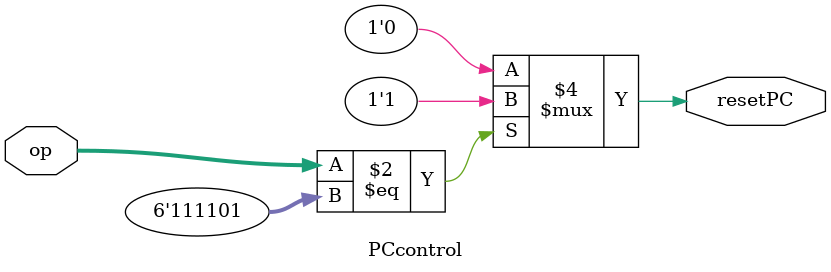
<source format=v>
module PCcontrol(op, resetPC);
input[5:0] op;
output resetPC;
reg resetPC;
always@(op)
begin
	if(op==6'b111101)
		resetPC<=1;
	else
		resetPC<=0;
end
endmodule

</source>
